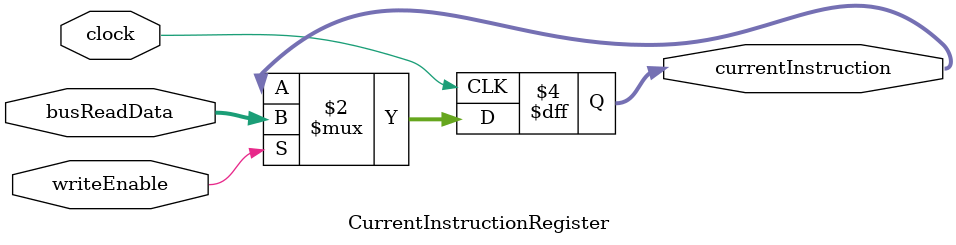
<source format=v>
`default_nettype none
`timescale 1ns / 1ps

/**
 * The current instruction register. This register stores the
 * instruction after fetching and keeps it until finished.
 */
module CurrentInstructionRegister (

		/** the clock **/
		input clock,

		/** the write-enable for this register **/
		input writeEnable,

		/** this value is loaded into this register when writeEnable is 1 **/
		input[31:0] busReadData,

		/** the current value of this register **/
		output reg[31:0] currentInstruction

	);

	/** synchronous loading logic **/
	always @(posedge clock) begin
		if (writeEnable) begin
			currentInstruction <= busReadData;
		end
	end

endmodule

</source>
